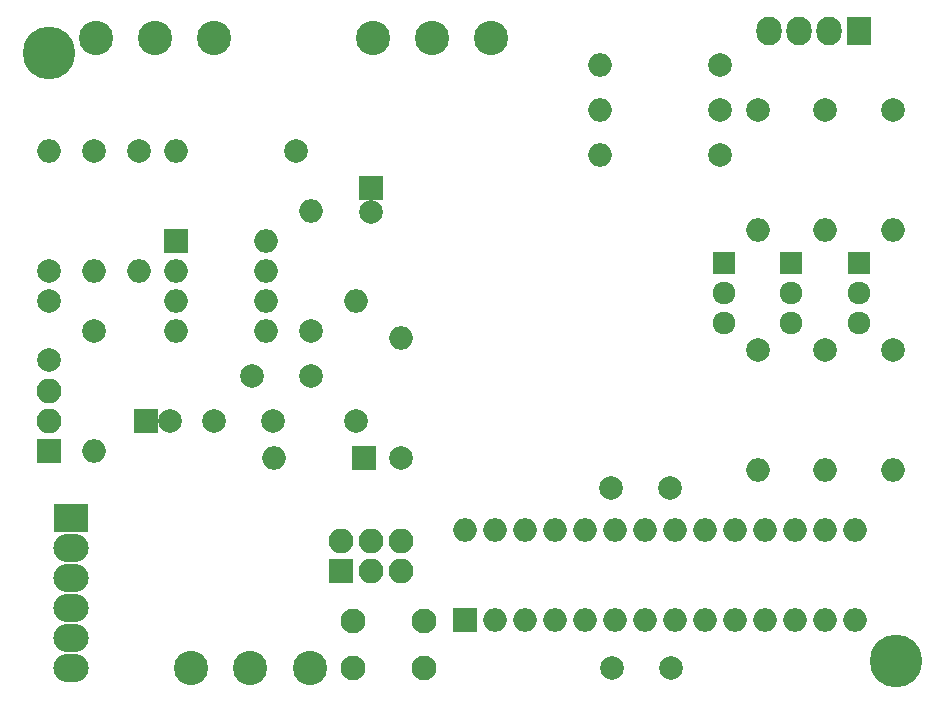
<source format=gts>
G04 #@! TF.FileFunction,Soldermask,Top*
%FSLAX46Y46*%
G04 Gerber Fmt 4.6, Leading zero omitted, Abs format (unit mm)*
G04 Created by KiCad (PCBNEW 4.0.5) date 02/13/17 16:43:30*
%MOMM*%
%LPD*%
G01*
G04 APERTURE LIST*
%ADD10C,0.100000*%
%ADD11C,2.000000*%
%ADD12R,2.000000X2.000000*%
%ADD13O,2.000000X2.000000*%
%ADD14R,3.000000X2.400000*%
%ADD15O,3.000000X2.400000*%
%ADD16R,2.100000X2.100000*%
%ADD17O,2.100000X2.100000*%
%ADD18R,2.127200X2.432000*%
%ADD19O,2.127200X2.432000*%
%ADD20C,2.899360*%
%ADD21C,1.924000*%
%ADD22R,1.924000X1.924000*%
%ADD23C,2.100000*%
%ADD24C,4.464000*%
G04 APERTURE END LIST*
D10*
D11*
X85725000Y-67945000D03*
X85725000Y-72945000D03*
X107950000Y-74295000D03*
X102950000Y-74295000D03*
D12*
X113030000Y-58420000D03*
D11*
X113030000Y-60420000D03*
D12*
X93980000Y-78105000D03*
D11*
X95980000Y-78105000D03*
X99695000Y-78105000D03*
X104695000Y-78105000D03*
X138430000Y-99060000D03*
X133430000Y-99060000D03*
X133350000Y-83820000D03*
X138350000Y-83820000D03*
D12*
X112395000Y-81280000D03*
D13*
X104775000Y-81280000D03*
D12*
X120967500Y-94932500D03*
D13*
X153987500Y-87312500D03*
X123507500Y-94932500D03*
X151447500Y-87312500D03*
X126047500Y-94932500D03*
X148907500Y-87312500D03*
X128587500Y-94932500D03*
X146367500Y-87312500D03*
X131127500Y-94932500D03*
X143827500Y-87312500D03*
X133667500Y-94932500D03*
X141287500Y-87312500D03*
X136207500Y-94932500D03*
X138747500Y-87312500D03*
X138747500Y-94932500D03*
X136207500Y-87312500D03*
X141287500Y-94932500D03*
X133667500Y-87312500D03*
X143827500Y-94932500D03*
X131127500Y-87312500D03*
X146367500Y-94932500D03*
X128587500Y-87312500D03*
X148907500Y-94932500D03*
X126047500Y-87312500D03*
X151447500Y-94932500D03*
X123507500Y-87312500D03*
X153987500Y-94932500D03*
X120967500Y-87312500D03*
D14*
X87630000Y-86360000D03*
D15*
X87630000Y-88900000D03*
X87630000Y-91440000D03*
X87630000Y-93980000D03*
X87630000Y-96520000D03*
X87630000Y-99060000D03*
D16*
X85725000Y-80645000D03*
D17*
X85725000Y-78105000D03*
X85725000Y-75565000D03*
D18*
X154305000Y-45085000D03*
D19*
X151765000Y-45085000D03*
X149225000Y-45085000D03*
X146685000Y-45085000D03*
D16*
X110490000Y-90805000D03*
D17*
X110490000Y-88265000D03*
X113030000Y-90805000D03*
X113030000Y-88265000D03*
X115570000Y-90805000D03*
X115570000Y-88265000D03*
D11*
X107950000Y-70485000D03*
D13*
X107950000Y-60325000D03*
D11*
X93345000Y-55245000D03*
D13*
X93345000Y-65405000D03*
D11*
X85725000Y-65405000D03*
D13*
X85725000Y-55245000D03*
D11*
X106680000Y-55245000D03*
D13*
X96520000Y-55245000D03*
D11*
X89535000Y-55245000D03*
D13*
X89535000Y-65405000D03*
D11*
X111760000Y-78105000D03*
D13*
X111760000Y-67945000D03*
D11*
X115570000Y-81280000D03*
D13*
X115570000Y-71120000D03*
D11*
X157162500Y-72072500D03*
D13*
X157162500Y-82232500D03*
D11*
X151447500Y-72072500D03*
D13*
X151447500Y-82232500D03*
D11*
X145732500Y-72072500D03*
D13*
X145732500Y-82232500D03*
D11*
X157162500Y-51752500D03*
D13*
X157162500Y-61912500D03*
D11*
X151447500Y-51752500D03*
D13*
X151447500Y-61912500D03*
D11*
X145732500Y-51752500D03*
D13*
X145732500Y-61912500D03*
D11*
X142557500Y-47942500D03*
D13*
X132397500Y-47942500D03*
D11*
X142557500Y-55562500D03*
D13*
X132397500Y-55562500D03*
D11*
X142557500Y-51752500D03*
D13*
X132397500Y-51752500D03*
D20*
X102791260Y-99060000D03*
X107792520Y-99060000D03*
X97790000Y-99060000D03*
D12*
X96520000Y-62865000D03*
D13*
X104140000Y-70485000D03*
X96520000Y-65405000D03*
X104140000Y-67945000D03*
X96520000Y-67945000D03*
X104140000Y-65405000D03*
X96520000Y-70485000D03*
X104140000Y-62865000D03*
D20*
X94693740Y-45720000D03*
X89692480Y-45720000D03*
X99695000Y-45720000D03*
D11*
X89535000Y-70485000D03*
D13*
X89535000Y-80645000D03*
D21*
X154305000Y-67310000D03*
X154305000Y-69850000D03*
D22*
X154305000Y-64770000D03*
D21*
X148590000Y-67310000D03*
X148590000Y-69850000D03*
D22*
X148590000Y-64770000D03*
D21*
X142875000Y-67310000D03*
X142875000Y-69850000D03*
D22*
X142875000Y-64770000D03*
D23*
X111475000Y-95060000D03*
X117475000Y-95060000D03*
X111475000Y-99060000D03*
X117475000Y-99060000D03*
D20*
X118188740Y-45720000D03*
X113187480Y-45720000D03*
X123190000Y-45720000D03*
D24*
X157480000Y-98425000D03*
X85725000Y-46990000D03*
M02*

</source>
